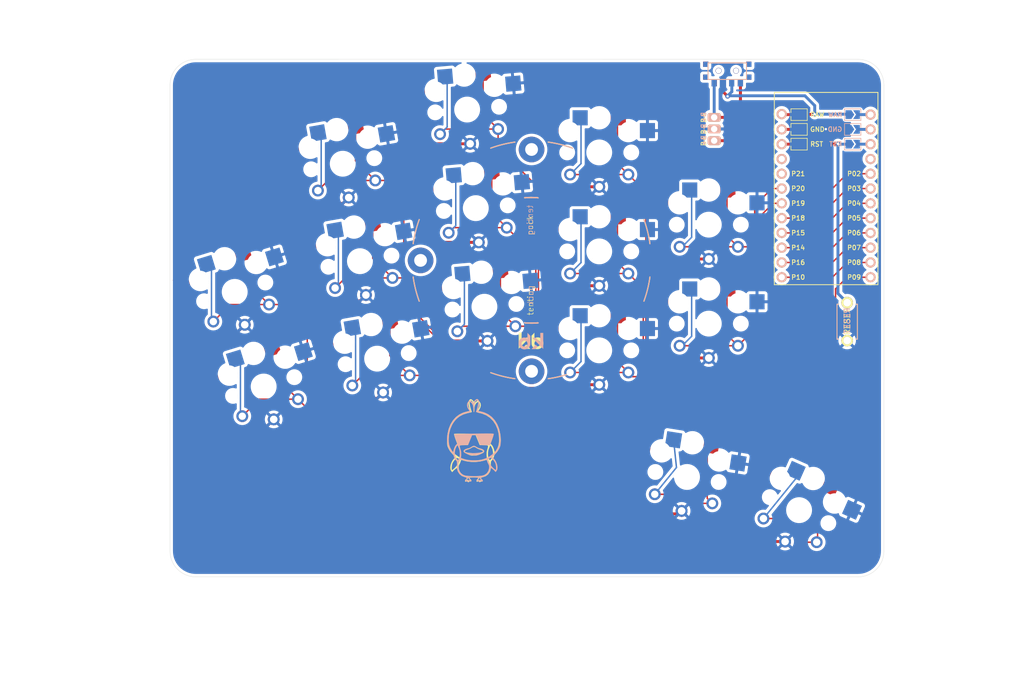
<source format=kicad_pcb>
(kicad_pcb (version 20211014) (generator pcbnew)
  (title_block (title "board") (rev "v1.0.0") (company "Unknown"))
  (layers (0 "F.Cu" signal) (31 "B.Cu" signal) (34 "B.Paste" user) (35 "F.Paste" user) (36 "B.SilkS" user "B.Silkscreen") (37 "F.SilkS" user "F.Silkscreen") (38 "B.Mask" user) (39 "F.Mask" user) (44 "Edge.Cuts" user))
  (net 0 "")
  (net 1 "P6")
  (net 2 "GND")
  (net 3 "P5")
  (net 4 "P4")
  (net 5 "P3")
  (net 6 "P2")
  (net 7 "P18")
  (net 8 "P15")
  (net 9 "P14")
  (net 10 "P16")
  (net 11 "P10")
  (net 12 "P19")
  (net 13 "P20")
  (net 14 "P21")
  (net 15 "P7")
  (net 16 "P8")
  (net 17 "P9")
  (net 18 "RAW")
  (net 19 "RST")
  (net 20 "Braw")
  (footprint "kbd:ResetSW" (layer "F.Cu") (at 157.969791 -77.623254 90)
    (fp_text reference "B1" hide)
    (fp_text value "")
  )
  (footprint "PG1350" (layer "F.Cu") (at 71.38711 -104.745067 10)
    (fp_text reference "S11" hide)
    (fp_text value "" hide)
  )
  (footprint "PG1350" (layer "F.Cu") (at 149.714791 -45.238254 156)
    (fp_text reference "S34" hide)
    (fp_text value "" hide)
  )
  (footprint "PG1350" (layer "F.Cu") (at 94.221643 -97.114167 5)
    (fp_text reference "S15" hide)
    (fp_text value "" hide)
  )
  (footprint "PG1350" (layer "F.Cu") (at 115.411087 -89.686017)
    (fp_text reference "S21" hide)
    (fp_text value "" hide)
  )
  (footprint "E73:SPDT_C128955" (layer "F.Cu") (at 137.395791 -120.719254)
    (fp_text reference "T2" hide)
    (fp_text value "" hide)
  )
  (footprint "PG1350" (layer "F.Cu") (at 77.291148 -71.261603 -170)
    (fp_text reference "S8" hide)
    (fp_text value "" hide)
  )
  (footprint "PG1350" (layer "F.Cu") (at 95.703291 -80.178857 -175)
    (fp_text reference "S14" hide)
    (fp_text value "" hide)
  )
  (footprint "PG1350" (layer "F.Cu") (at 115.411087 -72.686017 180)
    (fp_text reference "S20" hide)
    (fp_text value "" hide)
  )
  (footprint "lib:bat" (layer "F.Cu") (at 135.137176 -110.70567 -90)
    (fp_text reference "PAD1" hide)
    (fp_text value "" hide)
  )
  (footprint "PG1350" (layer "F.Cu") (at 134.21828 -77.278852 180)
    (fp_text reference "S28" hide)
    (fp_text value "" hide)
  )
  (footprint "PG1350" (layer "F.Cu") (at 134.21828 -94.278852)
    (fp_text reference "S29" hide)
    (fp_text value "" hide)
  )
  (footprint "LOGO" (layer "F.Cu") (at 93.819755 -55.859733)
    (fp_text reference "G***" hide)
    (fp_text value "LOGO" hide)
  )
  (footprint "PG1350" (layer "F.Cu") (at 149.714791 -45.238254 -24)
    (fp_text reference "S33" hide)
    (fp_text value "" hide)
  )
  (footprint "PG1350" (layer "F.Cu") (at 77.291148 -71.261603 10)
    (fp_text reference "S7" hide)
    (fp_text value "" hide)
  )
  (footprint "PG1350" (layer "F.Cu") (at 52.842259 -82.729963 17)
    (fp_text reference "S5" hide)
    (fp_text value "" hide)
  )
  (footprint "PG1350" (layer "F.Cu") (at 134.21828 -77.278852)
    (fp_text reference "S27" hide)
    (fp_text value "" hide)
  )
  (footprint "PG1350" (layer "F.Cu") (at 74.339129 -88.003335 10)
    (fp_text reference "S9" hide)
    (fp_text value "" hide)
  )
  (footprint "PG1350" (layer "F.Cu") (at 94.221643 -97.114167 -175)
    (fp_text reference "S16" hide)
    (fp_text value "" hide)
  )
  (footprint "PG1350" (layer "F.Cu") (at 134.21828 -94.278852 180)
    (fp_text reference "S30" hide)
    (fp_text value "" hide)
  )
  (footprint "PG1350" (layer "F.Cu") (at 95.703291 -80.178857 5)
    (fp_text reference "S13" hide)
    (fp_text value "" hide)
  )
  (footprint "PG1350" (layer "F.Cu") (at 115.411087 -106.686017 180)
    (fp_text reference "S24" hide)
    (fp_text value "" hide)
  )
  (footprint "E73:SPDT_C128955" (layer "F.Cu") (at 137.395791 -120.719254)
    (fp_text reference "T1" hide)
    (fp_text value "" hide)
  )
  (footprint "PG1350" (layer "F.Cu") (at 92.739996 -114.049477 5)
    (fp_text reference "S17" hide)
    (fp_text value "" hide)
  )
  (footprint "PG1350" (layer "F.Cu") (at 57.812578 -66.472782 -163)
    (fp_text reference "S4" hide)
    (fp_text value "" hide)
  )
  (footprint "PG1350" (layer "F.Cu") (at 74.339129 -88.003335 -170)
    (fp_text reference "S10" hide)
    (fp_text value "" hide)
  )
  (footprint "PG1350" (layer "F.Cu") (at 115.411087 -89.686017 180)
    (fp_text reference "S22" hide)
    (fp_text value "" hide)
  )
  (footprint "PG1350" (layer "F.Cu") (at 130.476118 -50.937009 -9)
    (fp_text reference "S31" hide)
    (fp_text value "" hide)
  )
  (footprint "ProMicro" (layer "F.Cu") (at 154.357213 -99.213254 -90)
    (fp_text reference "MCU1" hide)
    (fp_text value "" hide)
  )
  (footprint "PG1350" (layer "F.Cu") (at 57.812578 -66.472782 17)
    (fp_text reference "S3" hide)
    (fp_text value "" hide)
  )
  (footprint "PG1350" (layer "F.Cu") (at 130.476118 -50.937009 171)
    (fp_text reference "S32" hide)
    (fp_text value "" hide)
  )
  (footprint "Alaa:Tenting_Puck_3_Holes" (layer "F.Cu") (at 103.79722 -88.141427)
    (fp_text reference "REF**")
    (fp_text value "Tenting Puck")
  )
  (footprint "PG1350" (layer "F.Cu") (at 71.38711 -104.745067 -170)
    (fp_text reference "S12" hide)
    (fp_text value "" hide)
  )
  (footprint "PG1350" (layer "F.Cu") (at 115.411087 -106.686017)
    (fp_text reference "S23" hide)
    (fp_text value "" hide)
  )
  (footprint "PG1350" (layer "F.Cu") (at 52.842259 -82.729963 -163)
    (fp_text reference "S6" hide)
    (fp_text value "" hide)
  )
  (footprint "PG1350" (layer "F.Cu") (at 115.411087 -72.686017)
    (fp_text reference "S19" hide)
    (fp_text value "" hide)
  )
  (footprint "PG1350" (layer "F.Cu") (at 92.739996 -114.049477 -175)
    (fp_text reference "S18" hide)
    (fp_text value "" hide)
  )
  (footprint "LOGO" (layer "B.Cu") (at 93.98 -55.88 180)
    (fp_text reference "G***" hide)
    (fp_text value "LOGO" hide)
  )
  (gr_arc (start 41.729239 -118.234208) (mid 43.031149 -121.377298) (end 46.174239 -122.679208) (layer "Edge.Cuts") (width 0.05))
  (gr_arc (start 46.177881 -33.776344) (mid 43.034791 -35.078254) (end 41.732881 -38.221344) (layer "Edge.Cuts") (width 0.05))
  (gr_arc (start 164.284275 -38.222993) (mid 162.982364 -35.079906) (end 159.839275 -33.777993) (layer "Edge.Cuts") (width 0.05))
  (gr_line (start 164.284275 -38.222993) (end 164.287881 -118.231344) (layer "Edge.Cuts") (width 0.05))
  (gr_line (start 41.729239 -118.234208) (end 41.732881 -38.221344) (layer "Edge.Cuts") (width 0.05))
  (gr_line (start 159.842881 -122.676344) (end 46.174239 -122.679208) (layer "Edge.Cuts") (width 0.05))
  (gr_arc (start 159.842881 -122.676344) (mid 162.985974 -121.374437) (end 164.287881 -118.231344) (layer "Edge.Cuts") (width 0.05))
  (gr_line (start 46.177881 -33.776344) (end 159.839275 -33.777993) (layer "Edge.Cuts") (width 0.05))
  (segment (start 147.293059 -65.010791) (end 124.592825 -65.010791) (width 0.25) (layer "F.Cu") (net 1))
  (segment (start 124.592825 -65.010791) (end 121.686138 -62.104105) (width 0.25) (layer "F.Cu") (net 1))
  (segment (start 58.734795 -80.557863) (end 52.095465 -80.557863) (width 0.25) (layer "F.Cu") (net 1))
  (segment (start 54.234545 -89.377494) (end 54.234545 -85.058113) (width 0.25) (layer "F.Cu") (net 1))
  (segment (start 52.095465 -80.557863) (end 49.171748 -77.634146) (width 0.25) (layer "F.Cu") (net 1))
  (segment (start 109.813673 -62.104105) (end 106.982862 -64.934916) (width 0.25) (layer "F.Cu") (net 1))
  (segment (start 121.686138 -62.104105) (end 109.813673 -62.104105) (width 0.25) (layer "F.Cu") (net 1))
  (segment (start 54.234545 -85.058113) (end 58.734795 -80.557863) (width 0.25) (layer "F.Cu") (net 1))
  (segment (start 63.479549 -80.557863) (end 58.734795 -80.557863) (width 0.25) (layer "F.Cu") (net 1))
  (segment (start 161.977213 -92.863254) (end 157.969791 -92.863254) (width 0.25) (layer "F.Cu") (net 1))
  (segment (start 154.628374 -72.346106) (end 147.293059 -65.010791) (width 0.25) (layer "F.Cu") (net 1))
  (segment (start 106.982862 -64.934916) (end 101.130724 -64.934916) (width 0.25) (layer "F.Cu") (net 1))
  (segment (start 154.628374 -89.521837) (end 154.628374 -72.346106) (width 0.25) (layer "F.Cu") (net 1))
  (segment (start 81.024544 -63.5) (end 71.12 -63.5) (width 0.25) (layer "F.Cu") (net 1))
  (segment (start 157.969791 -92.863254) (end 154.628374 -89.521837) (width 0.25) (layer "F.Cu") (net 1))
  (segment (start 101.130724 -64.934916) (end 94.028116 -72.037521) (width 0.25) (layer "F.Cu") (net 1))
  (segment (start 71.12 -63.5) (end 65.297412 -69.322588) (width 0.25) (layer "F.Cu") (net 1))
  (segment (start 94.028116 -72.037521) (end 89.562066 -72.037521) (width 0.25) (layer "F.Cu") (net 1))
  (segment (start 65.297412 -78.74) (end 63.479549 -80.557863) (width 0.25) (layer "F.Cu") (net 1))
  (segment (start 65.297412 -69.322588) (end 65.297412 -78.74) (width 0.25) (layer "F.Cu") (net 1))
  (segment (start 89.562066 -72.037521) (end 81.024544 -63.5) (width 0.25) (layer "F.Cu") (net 1))
  (segment (start 47.655954 -88.184596) (end 48.856953 -86.983597) (width 0.25) (layer "B.Cu") (net 1))
  (segment (start 48.856953 -86.983597) (end 48.856953 -78.356283) (width 0.25) (layer "B.Cu") (net 1))
  (segment (start 108.15356 -75.418544) (end 107.136087 -76.436017) (width 0.5) (layer "F.Cu") (net 2))
  (segment (start 63.384822 -105.421809) (end 62.586645 -106.219986) (width 0.5) (layer "F.Cu") (net 2))
  (segment (start 96.21751 -74.301308) (end 89.760656 -74.301308) (width 0.5) (layer "F.Cu") (net 2))
  (segment (start 134.21828 -88.378852) (end 127.851901 -88.378852) (width 0.5) (layer "F.Cu") (net 2))
  (segment (start 63.384822 -100.80225) (end 63.384822 -105.421809) (width 0.5) (layer "F.Cu") (net 2))
  (segment (start 128.490798 -71.378852) (end 125.94328 -73.92637) (width 0.5) (layer "F.Cu") (net 2))
  (segment (start 75.363653 -82.192969) (end 74.347654 -81.17697) (width 0.5) (layer "F.Cu") (net 2))
  (segment (start 115.411087 -66.786017) (end 109.81576 -66.786017) (width 0.5) (layer "F.Cu") (net 2))
  (segment (start 125.94328 -90.287473) (end 125.94328 -98.028852) (width 0.5) (layer "F.Cu") (net 2))
  (segment (start 108.15356 -68.448217) (end 108.15356 -75.418544) (width 0.5) (layer "F.Cu") (net 2))
  (segment (start 62.586645 -106.219986) (end 62.586645 -107.001157) (width 0.5) (layer "F.Cu") (net 2))
  (segment (start 66.26837 -97.918702) (end 63.384822 -100.80225) (width 0.5) (layer "F.Cu") (net 2))
  (segment (start 74.347654 -81.17697) (end 68.485407 -81.17697) (width 0.5) (layer "F.Cu") (net 2))
  (segment (start 71.813295 -64.435238) (end 68.490683 -67.75785) (width 0.5) (layer "F.Cu") (net 2))
  (segment (start 89.760656 -74.301308) (end 87.132946 -76.929018) (width 0.5) (layer "F.Cu") (net 2))
  (segment (start 109.81576 -66.786017) (end 108.15356 -68.448217) (width 0.5) (layer "F.Cu") (net 2))
  (segment (start 49.917361 -65.987885) (end 48.802762 -67.102484) (width 0.5) (layer "F.Cu") (net 2))
  (segment (start 143.680465 -51.683244) (end 143.680465 -52.029795) (width 0.5) (layer "F.Cu") (net 2))
  (segment (start 122.409791 -46.944111) (end 122.409791 -55.455499) (width 0.5) (layer "F.Cu") (net 2))
  (segment (start 59.537571 -60.830584) (end 58.196209 -59.489222) (width 0.5) (layer "F.Cu") (net 2))
  (segment (start 77.299673 -64.435238) (end 71.813295 -64.435238) (width 0.5) (layer "F.Cu") (net 2))
  (segment (start 115.411087 -83.786017) (end 108.973745 -83.786017) (width 0.5) (layer "F.Cu") (net 2))
  (segment (start 78.315672 -65.451237) (end 77.299673 -64.435238) (width 0.5) (layer "F.Cu") (net 2))
  (segment (start 58.196209 -59.489222) (end 53.137791 -59.489222) (width 0.5) (layer "F.Cu") (net 2))
  (segment (start 71.395635 -97.918702) (end 66.26837 -97.918702) (width 0.5) (layer "F.Cu") (net 2))
  (segment (start 147.315045 -39.848335) (end 144.94471 -39.848335) (width 0.5) (layer "F.Cu") (net 2))
  (segment (start 53.137791 -59.489222) (end 49.917361 -62.709652) (width 0.5) (layer "F.Cu") (net 2))
  (segment (start 134.21828 -71.378852) (end 128.490798 -71.378852) (width 0.5) (layer "F.Cu") (net 2))
  (segment (start 107.136087 -103.216201) (end 107.136087 -110.436017) (width 0.5) (layer "F.Cu") (net 2))
  (segment (start 86.601289 -108.171928) (end 86.570217 -108.140856) (width 0.5) (layer "F.Cu") (net 2))
  (segment (start 93.254215 -108.171928) (end 86.601289 -108.171928) (width 0.5) (layer "F.Cu") (net 2))
  (segment (start 115.411087 -100.786017) (end 109.566271 -100.786017) (width 0.5) (layer "F.Cu") (net 2))
  (segment (start 68.485407 -81.17697) (end 65.538664 -84.123713) (width 0.5) (layer "F.Cu") (net 2))
  (segment (start 85.651298 -93.599163) (end 85.651298 -100.128683) (width 0.5) (layer "F.Cu") (net 2))
  (segment (start 124.750648 -44.603254) (end 122.409791 -46.944111) (width 0.5) (layer "F.Cu") (net 2))
  (segment (start 65.538664 -84.123713) (end 65.538664 -90.259425) (width 0.5) (layer "F.Cu") (net 2))
  (segment (start 122.409791 -55.455499) (end 122.889627 -55.935335) (width 0.5) (layer "F.Cu") (net 2))
  (segment (start 48.802762 -67.102484) (end 48.802762 -67.639549) (width 0.5) (layer "F.Cu") (net 2))
  (segment (start 154.256703 -110.643254) (end 150.44369 -110.643254) (width 0.5) (layer "F.Cu") (net 2))
  (segment (start 108.15356 -76.015027) (end 107.136087 -77.0325) (width 0.5) (layer "F.Cu") (net 2))
  (segment (start 109.566271 -100.786017) (end 107.136087 -103.216201) (width 0.5) (layer "F.Cu") (net 2))
  (segment (start 94.735862 -91.236618) (end 88.013843 -91.236618) (width 0.5) (layer "F.Cu") (net 2))
  (segment (start 48.232895 -75.218284) (end 44.864298 -78.586881) (width 0.5) (layer "F.Cu") (net 2))
  (segment (start 87.132946 -76.929018) (end 87.132946 -83.193373) (width 0.5) (layer "F.Cu") (net 2))
  (segment (start 88.013843 -91.236618) (end 85.651298 -93.599163) (width 0.5) (layer "F.Cu") (net 2))
  (segment (start 108.973745 -83.786017) (end 107.136087 -85.623675) (width 0.5) (layer "F.Cu") (net 2))
  (segment (start 154.304587 -110.691138) (end 154.256703 -110.643254) (width 0.5) (layer "F.Cu") (net 2))
  (segment (start 127.851901 -88.378852) (end 125.94328 -90.287473) (width 0.5) (layer "F.Cu") (net 2))
  (segment (start 44.864298 -78.586881) (end 44.864298 -82.864875) (width 0.5) (layer "F.Cu") (net 2))
  (segment (start 86.570217 -108.140856) (end 84.169651 -110.541422) (width 0.5) (layer "F.Cu") (net 2))
  (segment (start 54.567252 -77.087765) (end 52.697771 -75.218284) (width 0.5) (layer "F.Cu") (net 2))
  (segment (start 72.411634 -98.934701) (end 71.395635 -97.918702) (width 0.5) (layer "F.Cu") (net 2))
  (segment (start 144.94471 -39.848335) (end 141.266015 -43.52703) (width 0.5) (layer "F.Cu") (net 2))
  (segment (start 68.490683 -67.75785) (end 68.490683 -73.517693) (width 0.5) (layer "F.Cu") (net 2))
  (segment (start 52.697771 -75.218284) (end 48.232895 -75.218284) (width 0.5) (layer "F.Cu") (net 2))
  (segment (start 141.266015 -43.52703) (end 141.266015 -49.268794) (width 0.5) (layer "F.Cu") (net 2))
  (segment (start 107.136087 -85.623675) (end 107.136087 -93.436017) (width 0.5) (layer "F.Cu") (net 2))
  (segment (start 129.553156 -45.109647) (end 129.046763 -44.603254) (width 0.5) (layer "F.Cu") (net 2))
  (segment (start 141.266015 -49.268794) (end 143.680465 -51.683244) (width 0.5) (layer "F.Cu") (net 2))
  (segment (start 44.864298 -82.864875) (end 43.832443 -83.89673) (width 0.5) (layer "F.Cu") (net 2))
  (segment (start 129.046763 -44.603254) (end 124.750648 -44.603254) (width 0.5) (layer "F.Cu") (net 2))
  (segment (start 49.917361 -62.709652) (end 49.917361 -65.987885) (width 0.5) (layer "F.Cu") (net 2))
  (segment (start 125.94328 -73.92637) (end 125.94328 -81.028852) (width 0.5) (layer "F.Cu") (net 2))
  (segment (start 84.169651 -110.541422) (end 84.169651 -117.063993) (width 0.5) (layer "F.Cu") (net 2))
  (via (at 154.304587 -110.691138) (size 0.8) (drill 0.4) (layers "F.Cu" "B.Cu") (net 2))
  (segment (start 154.304587 -110.691138) (end 152.841907 -110.691138) (width 0.5) (layer "B.Cu") (net 2))
  (segment (start 154.329345 -110.66638) (end 154.352471 -110.643254) (width 0.5) (layer "B.Cu") (net 2))
  (segment (start 142.737125 -115.088254) (end 138.354541 -110.70567) (width 0.5) (layer "B.Cu") (net 2))
  (segment (start 138.354541 -110.70567) (end 135.137176 -110.70567) (width 0.5) (layer "B.Cu") (net 2))
  (segment (start 148.444791 -115.088254) (end 142.737125 -115.088254) (width 0.5) (layer "B.Cu") (net 2))
  (segment (start 154.352471 -110.643254) (end 158.19369 -110.643254) (width 0.5) (layer "B.Cu") (net 2))
  (segment (start 152.841907 -110.691138) (end 148.444791 -115.088254) (width 0.5) (layer "B.Cu") (net 2))
  (segment (start 154.178854 -72.532303) (end 154.178854 -80.140845) (width 0.25) (layer "F.Cu") (net 3))
  (segment (start 154.159791 -80.159908) (end 154.159791 -91.593254) (width 0.25) (layer "F.Cu") (net 3))
  (segment (start 82.87505 -68.387574) (end 85.2764 -68.387574) (width 0.25) (layer "F.Cu") (net 3))
  (segment (start 109.999871 -62.553625) (end 121.499941 -62.553625) (width 0.25) (layer "F.Cu") (net 3))
  (segment (start 94.214315 -72.487041) (end 101.31692 -65.384436) (width 0.25) (layer "F.Cu") (net 3))
  (segment (start 79.483187 -71.779437) (end 82.87505 -68.387574) (width 0.25) (layer "F.Cu") (net 3))
  (segment (start 107.16906 -65.384436) (end 109.999871 -62.553625) (width 0.25) (layer "F.Cu") (net 3))
  (segment (start 89.375867 -72.487041) (end 94.214315 -72.487041) (width 0.25) (layer "F.Cu") (net 3))
  (segment (start 157.969791 -95.403254) (end 161.977213 -95.403254) (width 0.25) (layer "F.Cu") (net 3))
  (segment (start 82.87505 -68.387574) (end 74.763453 -68.387574) (width 0.25) (layer "F.Cu") (net 3))
  (segment (start 79.483187 -77.689907) (end 79.483187 -71.779437) (width 0.25) (layer "F.Cu") (net 3))
  (segment (start 124.406628 -65.460311) (end 147.106862 -65.460311) (width 0.25) (layer "F.Cu") (net 3))
  (segment (start 74.763453 -68.387574) (end 73.026972 -66.651093) (width 0.25) (layer "F.Cu") (net 3))
  (segment (start 147.106862 -65.460311) (end 154.178854 -72.532303) (width 0.25) (layer "F.Cu") (net 3))
  (segment (start 121.499941 -62.553625) (end 124.406628 -65.460311) (width 0.25) (layer "F.Cu") (net 3))
  (segment (start 85.2764 -68.387574) (end 89.375867 -72.487041) (width 0.25) (layer "F.Cu") (net 3))
  (segment (start 101.31692 -65.384436) (end 107.16906 -65.384436) (width 0.25) (layer "F.Cu") (net 3))
  (segment (start 154.159791 -91.593254) (end 157.969791 -95.403254) (width 0.25) (layer "F.Cu") (net 3))
  (segment (start 154.178854 -80.140845) (end 154.159791 -80.159908) (width 0.25) (layer "F.Cu") (net 3))
  (segment (start 73.59045 -67.214571) (end 73.026972 -66.651093) (width 0.25) (layer "B.Cu") (net 3))
  (segment (start 73.032696 -76.552511) (end 73.59045 -75.994757) (width 0.25) (layer "B.Cu") (net 3))
  (segment (start 73.59045 -75.994757) (end 73.59045 -67.214571) (width 0.25) (layer "B.Cu") (net 3))
  (segment (start 76.531168 -88.521169) (end 79.923031 -85.129306) (width 0.25) (layer "F.Cu") (net 4))
  (segment (start 157.969791 -97.943254) (end 161.977213 -97.943254) (width 0.25) (layer "F.Cu") (net 4))
  (segment (start 76.531168 -94.431639) (end 76.531168 -88.521169) (width 0.25) (layer "F.Cu") (net 4))
  (segment (start 101.503117 -65.833956) (end 107.355257 -65.833956) (width 0.25) (layer "F.Cu") (net 4))
  (segment (start 153.698572 -72.687741) (end 153.698572 -93.672035) (width 0.25) (layer "F.Cu") (net 4))
  (segment (start 124.220427 -65.909831) (end 146.920664 -65.909831) (width 0.25) (layer "F.Cu") (net 4))
  (segment (start 94.400512 -72.936561) (end 101.503117 -65.833956) (width 0.25) (layer "F.Cu") (net 4))
  (segment (start 110.186071 -63.003145) (end 121.313741 -63.003145) (width 0.25) (layer "F.Cu") (net 4))
  (segment (start 89.382986 -72.936561) (end 94.400512 -72.936561) (width 0.25) (layer "F.Cu") (net 4))
  (segment (start 84.38648 -82.617802) (end 84.38648 -77.933067) (width 0.25) (layer "F.Cu") (net 4))
  (segment (start 121.313741 -63.003145) (end 124.220427 -65.909831) (width 0.25) (layer "F.Cu") (net 4))
  (segment (start 79.923031 -85.129306) (end 71.811434 -85.129306) (width 0.25) (layer "F.Cu") (net 4))
  (segment (start 107.355257 -65.833956) (end 110.186071 -63.003145) (width 0.25) (layer "F.Cu") (net 4))
  (segment (start 79.923031 -85.129306) (end 81.874976 -85.129306) (width 0.25) (layer "F.Cu") (net 4))
  (segment (start 84.38648 -77.933067) (end 89.382986 -72.936561) (width 0.25) (layer "F.Cu") (net 4))
  (segment (start 146.920664 -65.909831) (end 153.698572 -72.687741) (width 0.25) (layer "F.Cu") (net 4))
  (segment (start 71.811434 -85.129306) (end 70.074953 -83.392825) (width 0.25) (layer "F.Cu") (net 4))
  (segment (start 81.874976 -85.129306) (end 84.38648 -82.617802) (width 0.25) (layer "F.Cu") (net 4))
  (segment (start 153.698572 -93.672035) (end 157.969791 -97.943254) (width 0.25) (layer "F.Cu") (net 4))
  (segment (start 70.638431 -83.956303) (end 70.074953 -83.392825) (width 0.25) (layer "B.Cu") (net 4))
  (segment (start 70.638431 -92.736489) (end 70.638431 -83.956303) (width 0.25) (layer "B.Cu") (net 4))
  (segment (start 70.080677 -93.294243) (end 70.638431 -92.736489) (width 0.25) (layer "B.Cu") (net 4))
  (segment (start 68.859415 -101.871038) (end 67.122934 -100.134557) (width 0.25) (layer "F.Cu") (net 5))
  (segment (start 81.858703 -99.573497) (end 81.858703 -85.781297) (width 0.25) (layer "F.Cu") (net 5))
  (segment (start 146.734466 -66.359351) (end 153.249052 -72.873938) (width 0.25) (layer "F.Cu") (net 5))
  (segment (start 101.689314 -66.283476) (end 107.541455 -66.283476) (width 0.25) (layer "F.Cu") (net 5))
  (segment (start 153.249052 -95.762515) (end 157.969791 -100.483254) (width 0.25) (layer "F.Cu") (net 5))
  (segment (start 124.03423 -66.359351) (end 146.734466 -66.359351) (width 0.25) (layer "F.Cu") (net 5))
  (segment (start 73.579149 -111.173371) (end 73.579149 -105.262901) (width 0.25) (layer "F.Cu") (net 5))
  (segment (start 79.561162 -101.871038) (end 81.858703 -99.573497) (width 0.25) (layer "F.Cu") (net 5))
  (segment (start 76.971012 -101.871038) (end 79.561162 -101.871038) (width 0.25) (layer "F.Cu") (net 5))
  (segment (start 107.541455 -66.283476) (end 110.372268 -63.452665) (width 0.25) (layer "F.Cu") (net 5))
  (segment (start 84.836 -78.119265) (end 89.569184 -73.386081) (width 0.25) (layer "F.Cu") (net 5))
  (segment (start 157.969791 -100.483254) (end 161.977213 -100.483254) (width 0.25) (layer "F.Cu") (net 5))
  (segment (start 89.569184 -73.386081) (end 94.586709 -73.386081) (width 0.25) (layer "F.Cu") (net 5))
  (segment (start 76.971012 -101.871038) (end 68.859415 -101.871038) (width 0.25) (layer "F.Cu") (net 5))
  (segment (start 153.249052 -72.873938) (end 153.249052 -95.762515) (width 0.25) (layer "F.Cu") (net 5))
  (segment (start 84.836 -82.804) (end 84.836 -78.119265) (width 0.25) (layer "F.Cu") (net 5))
  (segment (start 81.858703 -85.781297) (end 84.836 -82.804) (width 0.25) (layer "F.Cu") (net 5))
  (segment (start 73.579149 -105.262901) (end 76.971012 -101.871038) (width 0.25) (layer "F.Cu") (net 5))
  (segment (start 94.586709 -73.386081) (end 101.689314 -66.283476) (width 0.25) (layer "F.Cu") (net 5))
  (segment (start 121.127543 -63.452665) (end 124.03423 -66.359351) (width 0.25) (layer "F.Cu") (net 5))
  (segment (start 110.372268 -63.452665) (end 121.127543 -63.452665) (width 0.25) (layer "F.Cu") (net 5))
  (segment (start 67.686412 -100.698035) (end 67.122934 -100.134557) (width 0.25) (layer "B.Cu") (net 5))
  (segment (start 67.128658 -110.035975) (end 67.686412 -109.478221) (width 0.25) (layer "B.Cu") (net 5))
  (segment (start 67.686412 -109.478221) (end 67.686412 -100.698035) (width 0.25) (layer "B.Cu") (net 5))
  (segment (start 91.925067 -76.829096) (end 91.053509 -75.957538) (width 0.25) (layer "F.Cu") (net 6))
  (segment (start 157.969791 -103.023254) (end 161.977213 -103.023254) (width 0.25) (layer "F.Cu") (net 6))
  (segment (start 101.015456 -76.829096) (end 98.447252 -79.3973) (width 0.25) (layer "F.Cu") (net 6))
  (segment (start 98.447252 -79.3973) (end 98.447252 -86.391651) (width 0.25) (layer "F.Cu") (net 6))
  (segment (start 152.799532 -73.060135) (end 152.799532 -97.852995) (width 0.25) (layer "F.Cu") (net 6))
  (segment (start 102.844128 -76.829096) (end 104.07916 -75.594064) (width 0.25) (layer "F.Cu") (net 6))
  (segment (start 104.07916 -73.484347) (end 106.68 -70.883507) (width 0.25) (layer "F.Cu") (net 6))
  (segment (start 106.68 -70.883507) (end 106.680001 -67.780648) (width 0.25) (layer "F.Cu") (net 6))
  (segment (start 120.941347 -63.902185) (end 123.848033 -66.808871) (width 0.25) (layer "F.Cu") (net 6))
  (segment (start 104.07916 -75.594064) (end 104.07916 -73.484347) (width 0.25) (layer "F.Cu") (net 6))
  (segment (start 106.680001 -67.780648) (end 110.558465 -63.902185) (width 0.25) (layer "F.Cu") (net 6))
  (segment (start 101.015456 -76.829096) (end 91.925067 -76.829096) (width 0.25) (layer "F.Cu") (net 6))
  (segment (start 101.015456 -76.829096) (end 102.844128 -76.829096) (width 0.25) (layer "F.Cu") (net 6))
  (segment (start 152.799532 -97.852995) (end 157.969791 -103.023254) (width 0.25) (layer "F.Cu") (net 6))
  (segment (start 110.558465 -63.902185) (end 120.941347 -63.902185) (width 0.25) (layer "F.Cu") (net 6))
  (segment (start 123.848033 -66.808871) (end 146.548268 -66.808871) (width 0.25) (layer "F.Cu") (net 6))
  (segment (start 146.548268 -66.808871) (end 152.799532 -73.060135) (width 0.25) (layer "F.Cu") (net 6))
  (segment (start 92.270004 -77.174033) (end 91.053509 -75.957538) (width 0.25) (layer "B.Cu") (net 6))
  (segment (start 91.922177 -85.82078) (end 92.270004 -85.472953) (width 0.25) (layer "B.Cu") (net 6))
  (segment (start 92.270004 -85.472953) (end 92.270004 -77.174033) (width 0.25) (layer "B.Cu") (net 6))
  (segment (start 149.079791 -95.403254) (end 146.737213 -95.403254) (width 0.25) (layer "F.Cu") (net 7))
  (segment (start 146.36207 -67.258391) (end 152.350012 -73.246333) (width 0.25) (layer "F.Cu") (net 7))
  (segment (start 99.533808 -93.764406) (end 90.443419 -93.764406) (width 0.25) (layer "F.Cu") (net 7))
  (segment (start 96.965604 -96.33261) (end 99.533808 -93.764406) (width 0.25) (layer "F.Cu") (net 7))
  (segment (start 104.52868 -88.769534) (end 104.52868 -73.670546) (width 0.25) (layer "F.Cu") (net 7))
  (segment (start 110.744662 -64.351705) (end 120.755149 -64.351705) (width 0.25) (layer "F.Cu") (net 7))
  (segment (start 152.350012 -92.133033) (end 149.079791 -95.403254) (width 0.25) (layer "F.Cu") (net 7))
  (segment (start 120.755149 -64.351705) (end 123.661836 -67.258391) (width 0.25) (layer "F.Cu") (net 7))
  (segment (start 96.965604 -103.326961) (end 96.965604 -96.33261) (width 0.25) (layer "F.Cu") (net 7))
  (segment (start 107.12952 -71.069705) (end 107.12952 -67.966846) (width 0.25) (layer "F.Cu") (net 7))
  (segment (start 123.661836 -67.258391) (end 146.36207 -67.258391) (width 0.25) (layer "F.Cu") (net 7))
  (segment (start 107.392843 -67.703524) (end 110.744662 -64.351705) (width 0.25) (layer "F.Cu") (net 7))
  (segment (start 107.12952 -67.966846) (end 107.392843 -67.703524) (width 0.25) (layer "F.Cu") (net 7))
  (segment (start 90.443419 -93.764406) (end 89.571861 -92.892848) (width 0.25) (layer "F.Cu") (net 7))
  (segment (start 104.52868 -73.670546) (end 107.12952 -71.069705) (width 0.25) (layer "F.Cu") (net 7))
  (segment (start 99.533808 -93.764406) (end 104.52868 -88.769534) (width 0.25) (layer "F.Cu") (net 7))
  (segment (start 152.350012 -73.246333) (end 152.350012 -92.133033) (width 0.25) (layer "F.Cu") (net 7))
  (segment (start 90.788356 -94.109343) (end 89.571861 -92.892848) (width 0.25) (layer "B.Cu") (net 7))
  (segment (start 90.440529 -102.75609) (end 90.788356 -102.408263) (width 0.25) (layer "B.Cu") (net 7))
  (segment (start 90.788356 -102.408263) (end 90.788356 -94.109343) (width 0.25) (layer "B.Cu") (net 7))
  (segment (start 104.9782 -100.61575) (end 104.9782 -73.856744) (width 0.25) (layer "F.Cu") (net 8))
  (segment (start 151.900492 -90.042553) (end 149.079791 -92.863254) (width 0.25) (layer "F.Cu") (net 8))
  (segment (start 107.57904 -71.255902) (end 107.57904 -68.153044) (width 0.25) (layer "F.Cu") (net 8))
  (segment (start 95.483957 -120.262271) (end 95.483957 -113.26792) (width 0.25) (layer "F.Cu") (net 8))
  (segment (start 110.930859 -64.801225) (end 120.568951 -64.801225) (width 0.25) (layer "F.Cu") (net 8))
  (segment (start 104.9782 -73.856744) (end 107.57904 -71.255902) (width 0.25) (layer "F.Cu") (net 8))
  (segment (start 107.57904 -68.153044) (end 110.930859 -64.801225) (width 0.25) (layer "F.Cu") (net 8))
  (segment (start 151.900492 -73.432531) (end 151.900492 -90.042553) (width 0.25) (layer "F.Cu") (net 8))
  (segment (start 98.052161 -110.699716) (end 98.052161 -107.541789) (width 0.25) (layer "F.Cu") (net 8))
  (segment (start 88.961772 -110.699716) (end 88.090214 -109.828158) (width 0.25) (layer "F.Cu") (net 8))
  (segment (start 149.079791 -92.863254) (end 146.737213 -92.863254) (width 0.25) (layer "F.Cu") (net 8))
  (segment (start 146.175872 -67.707911) (end 151.900492 -73.432531) (width 0.25) (layer "F.Cu") (net 8))
  (segment (start 123.475639 -67.707911) (end 146.175872 -67.707911) (width 0.25) (layer "F.Cu") (net 8))
  (segment (start 98.052161 -110.699716) (end 88.961772 -110.699716) (width 0.25) (layer "F.Cu") (net 8))
  (segment (start 95.483957 -113.26792) (end 98.052161 -110.699716) (width 0.25) (layer "F.Cu") (net 8))
  (segment (start 98.052161 -107.541789) (end 104.9782 -100.61575) (width 0.25) (layer "F.Cu") (net 8))
  (segment (start 120.568951 -64.801225) (end 123.475639 -67.707911) (width 0.25) (layer "F.Cu") (net 8))
  (segment (start 89.306709 -111.044653) (end 88.090214 -109.828158) (width 0.25) (layer "B.Cu") (net 8))
  (segment (start 89.306709 -119.343573) (end 89.306709 -111.044653) (width 0.25) (layer "B.Cu") (net 8))
  (segment (start 88.958882 -119.6914) (end 89.306709 -119.343573) (width 0.25) (layer "B.Cu") (net 8))
  (segment (start 120.411087 -68.886017) (end 110.411087 -68.886017) (width 0.25) (layer "F.Cu") (net 9))
  (segment (start 118.536566 -78.486496) (end 118.536566 -70.760538) (width 0.25) (layer "F.Cu") (net 9))
  (segment (start 149.079791 -90.323254) (end 151.450972 -87.952073) (width 0.25) (layer "F.Cu") (net 9))
  (segment (start 121.128314 -68.16879) (end 120.411087 -68.886017) (width 0.25) (layer "F.Cu") (net 9))
  (segment (start 118.536566 -70.760538) (end 120.411087 -68.886017) (width 0.25) (layer "F.Cu") (net 9))
  (segment (start 146.001033 -68.16879) (end 121.128314 -68.16879) (width 0.25) (layer "F.Cu") (net 9))
  (segment (start 151.450972 -73.618729) (end 146.001033 -68.16879) (width 0.25) (layer "F.Cu") (net 9))
  (segment (start 146.737213 -90.323254) (end 149.079791 -90.323254) (width 0.25) (layer "F.Cu") (net 9))
  (segment (start 151.450972 -87.952073) (end 151.450972 -73.618729) (width 0.25) (layer "F.Cu") (net 9))
  (segment (start 118.686087 -78.636017) (end 118.536566 -78.486496) (width 0.25) (layer "F.Cu") (net 9))
  (segment (start 112.285608 -79.029475) (end 112.285608 -70.760538) (width 0.25) (layer "B.Cu") (net 9))
  (segment (start 112.285608 -70.760538) (end 110.411087 -68.886017) (width 0.25) (layer "B.Cu") (net 9))
  (segment (start 118.536566 -87.760538) (end 120.411087 -85.886017) (width 0.25) (layer "F.Cu") (net 10))
  (segment (start 120.411087 -85.886017) (end 122.966194 -83.33091) (width 0.25) (layer "F.Cu") (net 10))
  (segment (start 110.411087 -85.886017) (end 120.411087 -85.886017) (width 0.25) (layer "F.Cu") (net 10))
  (segment (start 122.966194 -83.33091) (end 122.966194 -69.188523) (width 0.25) (layer "F.Cu") (net 10))
  (segment (start 123.536407 -68.61831) (end 145.814835 -68.61831) (width 0.25) (layer "F.Cu") (net 10))
  (segment (start 118.536566 -95.486496) (end 118.536566 -87.760538) (width 0.25) (layer "F.Cu") (net 10))
  (segment (start 149.079791 -87.783254) (end 146.737213 -87.783254) (width 0.25) (layer "F.Cu") (net 10))
  (segment (start 151.001452 -73.804926) (end 151.001452 -85.861593) (width 0.25) (layer "F.Cu") (net 10))
  (segment (start 122.966194 -69.188523) (end 123.536407 -68.61831) (width 0.25) (layer "F.Cu") (net 10))
  (segment (start 145.814835 -68.61831) (end 151.001452 -73.804926) (width 0.25) (layer "F.Cu") (net 10))
  (segment (start 118.686087 -95.636017) (end 118.536566 -95.486496) (width 0.25) (layer "F.Cu") (net 10))
  (segment (start 151.001452 -85.861593) (end 149.079791 -87.783254) (width 0.25) (layer "F.Cu") (net 10))
  (segment (start 112.285608 -96.029475) (end 112.285608 -87.760538) (width 0.25) (layer "B.Cu") (net 10))
  (segment (start 112.285608 -87.760538) (end 110.411087 -85.886017) (width 0.25) (layer "B.Cu") (net 10))
  (segment (start 150.551932 -83.771113) (end 149.079791 -85.243254) (width 0.25) (layer "F.Cu") (net 11))
  (segment (start 118.536566 -112.486496) (end 118.536566 -104.760538) (width 0.25) (layer "F.Cu") (net 11))
  (segment (start 150.551932 -73.991124) (end 150.551932 -83.771113) (width 0.25) (layer "F.Cu") (net 11))
  (segment (start 120.411087 -102.886017) (end 123.415714 -99.88139) (width 0.25) (layer "F.Cu") (net 11))
  (segment (start 120.411087 -102.886017) (end 110.411087 -102.886017) (width 0.25) (layer "F.Cu") (net 11))
  (segment (start 123.415714 -69.445978) (end 123.793862 -69.06783) (width 0.25) (layer "F.Cu") (net 11))
  (segment (start 118.686087 -112.636017) (end 118.536566 -112.486496) (width 0.25) (layer "F.Cu") (net 11))
  (segment (start 123.415714 -99.88139) (end 123.415714 -69.445978) (width 0.25) (layer "F.Cu") (net 11))
  (segment (start 149.079791 -85.243254) (end 146.737213 -85.243254) (width 0.25) (layer "F.Cu") (net 11))
  (segment (start 145.628638 -69.06783) (end 150.551932 -73.991124) (width 0.25) (layer "F.Cu") (net 11))
  (segment (start 123.793862 -69.06783) (end 145.628638 -69.06783) (width 0.25) (layer "F.Cu") (net 11))
  (segment (start 118.536566 -104.760538) (end 120.411087 -102.886017) (width 0.25) (layer "F.Cu") (net 11))
  (segment (start 112.285608 -104.760538) (end 110.411087 -102.886017) (width 0.25) (layer "B.Cu") (net 11))
  (segment (start 112.285608 -113.029475) (end 112.285608 -104.760538) (width 0.25) (layer "B.Cu") (net 11))
  (segment (start 137.343759 -75.353373) (end 137.343759 -83.079331) (width 0.25) (layer "F.Cu") (net 12))
  (segment (start 139.21828 -73.478852) (end 137.343759 -75.353373) (width 0.25) (layer "F.Cu") (net 12))
  (segment (start 137.343759 -83.079331) (end 137.49328 -83.228852) (width 0.25) (layer "F.Cu") (net 12))
  (segment (start 142.540891 -95.227517) (end 145.256628 -97.943254) (width 0.25) (layer "F.Cu") (net 12))
  (segment (start 142.540891 -76.801463) (end 142.540891 -95.227517) (width 0.25) (layer "F.Cu") (net 12))
  (segment (start 139.21828 -73.478852) (end 142.540891 -76.801463) (width 0.25) (layer "F.Cu") (net 12))
  (segment (start 129.21828 -73.478852) (end 139.21828 -73.478852) (width 0.25) (layer "F.Cu") (net 12))
  (segment (start 145.256628 -97.943254) (end 146.737213 -97.943254) (width 0.25) (layer "F.Cu") (net 12))
  (segment (start 131.272946 -75.102108) (end 129.078705 -72.907867) (width 0.25) (layer "B.Cu") (net 12))
  (segment (start 131.272946 -82.188626) (end 131.272946 -75.102108) (width 0.25) (layer "B.Cu") (net 12))
  (segment (start 130.803705 -82.657867) (end 131.272946 -82.188626) (width 0.25) (layer "B.Cu") (net 12))
  (segment (start 137.343759 -92.353373) (end 137.343759 -100.079331) (width 0.25) (layer "F.Cu") (net 13))
  (segment (start 137.343759 -100.079331) (end 137.49328 -100.228852) (width 0.25) (layer "F.Cu") (net 13))
  (segment (start 139.21828 -90.478852) (end 137.343759 -92.353373) (width 0.25) (layer "F.Cu") (net 13))
  (segment (start 145.049107 -100.483254) (end 146.737213 -100.483254) (width 0.25) (layer "F.Cu") (net 13))
  (segment (start 139.21828 -90.478852) (end 140.928549 -90.478852) (width 0.25) (layer "F.Cu") (net 13))
  (segment (start 142.091371 -97.525518) (end 145.049107 -100.483254) (width 0.25) (layer "F.Cu") (net 13))
  (segment (start 140.928549 -90.478852) (end 142.091371 -91.641674) (width 0.25) (layer "F.Cu") (net 13))
  (segment (start 129.21828 -90.478852) (end 139.21828 -90.478852) (width 0.25) (layer "F.Cu") (net 13))
  (segment (start 142.091371 -91.641674) (end 142.091371 -97.525518) (width 0.25) (layer "F.Cu") (net 13))
  (segment (start 131.272946 -99.188626) (end 131.272946 -92.102108) (width 0.25) (layer "B.Cu") (net 13))
  (segment (start 129.64969 -90.478852) (end 129.21828 -90.478852) (width 0.25) (layer "B.Cu") (net 13))
  (segment (start 131.272946 -92.102108) (end 129.64969 -90.478852) (width 0.25) (layer "B.Cu") (net 13))
  (segment (start 130.803705 -99.657867) (end 131.272946 -99.188626) (width 0.25) (layer "B.Cu") (net 13))
  (segment (start 124.779023 -64.561271) (end 121.872335 -61.654585) (width 0.25) (layer "F.Cu") (net 15))
  (segment (start 64.955316 -63.05048) (end 63.705114 -64.300682) (width 0.25) (layer "F.Cu") (net 15))
  (segment (start 81.210741 -63.05048) (end 64.955316 -63.05048) (width 0.25) (layer "F.Cu") (net 15))
  (segment (start 161.977213 -90.323254) (end 157.969791 -90.323254) (width 0.25) (layer "F.Cu") (net 15))
  (segment (start 59.204864 -68.800932) (end 63.705114 -64.300682) (width 0.25) (layer "F.Cu") (net 15))
  (segment (start 100.944526 -64.485396) (end 93.841919 -71.588001) (width 0.25) (layer "F.Cu") (net 15))
  (segment (start 106.796665 -64.485396) (end 100.944526 -64.485396) (width 0.25) (layer "F.Cu") (net 15))
  (segment (start 155.077894 -72.159908) (end 147.479256 -64.561271) (width 0.25) (layer "F.Cu") (net 15))
  (segment (start 89.748263 -71.588001) (end 81.210741 -63.05048) (width 0.25) (layer "F.Cu") (net 15))
  (segment (start 157.969791 -90.323254) (end 155.077894 -87.431357) (width 0.25) (layer "F.Cu") (net 15))
  (segment (start 155.077894 -87.431357) (end 155.077894 -72.159908) (width 0.25) (layer "F.Cu") (net 15))
  (segment (start 63.705114 -64.300682) (end 57.065784 -64.300682) (width 0.25) (layer "F.Cu") (net 15))
  (segment (start 109.627476 -61.654585) (end 106.796665 -64.485396) (width 0.25) (layer "F.Cu") (net 15))
  (segment (start 147.479256 -64.561271) (end 124.779023 -64.561271) (width 0.25) (layer "F.Cu") (net 15))
  (segment (start 57.065784 -64.300682) (end 54.142067 -61.376965) (width 0.25) (layer "F.Cu") (net 15))
  (segment (start 93.841919 -71.588001) (end 89.748263 -71.588001) (width 0.25) (layer "F.Cu") (net 15))
  (segment (start 121.872335 -61.654585) (end 109.627476 -61.654585) (width 0.25) (layer "F.Cu") (net 15))
  (segment (start 59.204864 -73.120313) (end 59.204864 -68.800932) (width 0.25) (layer "F.Cu") (net 15))
  (segment (start 52.626273 -71.927415) (end 53.827272 -70.726416) (width 0.25) (layer "B.Cu") (net 15))
  (segment (start 53.827272 -70.726416) (end 53.827272 -62.099102) (width 0.25) (layer "B.Cu") (net 15))
  (segment (start 133.94584 -55.605688) (end 133.94584 -47.27589) (width 0.25) (layer "F.Cu") (net 16))
  (segment (start 134.820109 -46.401621) (end 131.400442 -46.401621) (width 0.25) (layer "F.Cu") (net 16))
  (segment (start 161.977213 -87.783254) (end 157.969791 -87.783254) (width 0.25) (layer "F.Cu") (net 16))
  (segment (start 134.641583 -56.301431) (end 133.94584 -55.605688) (width 0.25) (layer "F.Cu") (net 16))
  (segment (start 133.94584 -47.27589) (end 134.820109 -46.401621) (width 0.25) (layer "F.Cu") (net 16))
  (segment (start 155.527414 -71.97371) (end 147.665453 -64.111751) (width 0.25) (layer "F.Cu") (net 16))
  (segment (start 147.665453 -64.111751) (end 140.648288 -64.111751) (width 0.25) (layer "F.Cu") (net 16))
  (segment (start 140.648288 -64.111751) (end 134.641582 -58.105045) (width 0.25) (layer "F.Cu") (net 16))
  (segment (start 129.836098 -47.965965) (end 124.943226 -47.965965) (width 0.25) (layer "F.Cu") (net 16))
  (segment (start 131.400442 -46.401621) (end 129.836098 -47.965965) (width 0.25) (layer "F.Cu") (net 16))
  (segment (start 134.641582 -58.105045) (end 134.641582 -56.301432) (width 0.25) (layer "F.Cu") (net 16))
  (segment (start 155.527414 -85.340877) (end 155.527414 -71.97371) (width 0.25) (layer "F.Cu") (net 16))
  (segment (start 157.969791 -87.783254) (end 155.527414 -85.340877) (width 0.25) (layer "F.Cu") (net 16))
  (segment (start 128.172224 -57.326077) (end 128.672038 -52.570665) (width 0.25) (layer "B.Cu") (net 16))
  (segment (start 128.672038 -52.570665) (end 124.943226 -47.965965) (width 0.25) (layer "B.Cu") (net 16))
  (segment (start 157.969791 -85.243254) (end 155.976934 -83.250397) (width 0.25) (layer "F.Cu") (net 17))
  (segment (start 155.976934 -83.250397) (end 155.976934 -71.787512) (width 0.25) (layer "F.Cu") (net 17))
  (segment (start 146.072581 -43.800464) (end 143.601465 -43.800464) (width 0.25) (layer "F.Cu") (net 17))
  (segment (start 150.139947 -39.733098) (end 146.072581 -43.800464) (width 0.25) (layer "F.Cu") (net 17))
  (segment (start 161.977213 -85.243254) (end 157.969791 -85.243254) (width 0.25) (layer "F.Cu") (net 17))
  (segment (start 152.889791 -39.88597) (end 152.736919 -39.733098) (width 0.25) (layer "F.Cu") (net 17))
  (segment (start 155.126735 -70.937314) (end 155.126735 -49.341787) (width 0.25) (layer "F.Cu") (net 17))
  (segment (start 155.126735 -49.341787) (end 152.889791 -47.104843) (width 0.25) (layer "F.Cu") (net 17))
  (segment (start 152.889791 -47.104843) (end 152.889791 -39.88597) (width 0.25) (layer "F.Cu") (net 17))
  (segment (start 152.736919 -39.733098) (end 150.139947 -39.733098) (width 0.25) (layer "F.Cu") (net 17))
  (segment (start 155.976934 -71.787512) (end 155.126735 -70.937314) (width 0.25) (layer "F.Cu") (net 17))
  (segment (start 149.269738 -50.800199) (end 143.601465 -43.800464) (width 0.25) (layer "B.Cu") (net 17))
  (segment (start 149.143013 -52.005911) (end 149.269738 -50.800199) (width 0.25) (layer "B.Cu") (net 17))
  (segment (start 152.372041 -113.225896) (end 150.419502 -113.225896) (width 0.5) (layer "F.Cu") (net 18))
  (segment (start 136.645791 -118.644254) (end 136.645791 -117.133982) (width 0.5) (layer "F.Cu") (net 18))
  (segment (start 152.4 -113.253855) (end 152.372041 -113.225896) (width 0.5) (layer "F.Cu") (net 18))
  (segment (start 136.645791 -117.133982) (end 137.447818 -116.331955) (width 0.5) (layer "F.Cu") (net 18))
  (via (at 137.447818 -116.331955) (size 0.8) (drill 0.4) (layers "F.Cu" "B.Cu") (net 18))
  (via (at 152.4 -113.253855) (size 0.8) (drill 0.4) (layers "F.Cu" "B.Cu") (net 18))
  (segment (start 158.19369 -113.183254) (end 158.123089 -113.253855) (width 0.5) (layer "B.Cu") (net 18))
  (segment (start 158.123089 -113.253855) (end 152.4 -113.253855) (width 0.5) (layer "B.Cu") (net 18))
  (segment (start 138.169791 -117.113928) (end 137.471818 -116.415955) (width 0.5) (layer "B.Cu") (net 18))
  (segment (start 152.4 -114.73345) (end 152.4 -113.253855) (width 0.5) (layer "B.Cu") (net 18))
  (segment (start 137.471818 -116.415955) (end 150.717495 -116.415955) (width 0.5) (layer "B.Cu") (net 18))
  (segment (start 150.717495 -116.415955) (end 152.4 -114.73345) (width 0.5) (layer "B.Cu") (net 18))
  (segment (start 138.169791 -118.728254) (end 138.169791 -117.113928) (width 0.5) (layer "B.Cu") (net 18))
  (segment (start 150.466332 -108.125896) (end 150.44369 -108.103254) (width 0.5) (layer "F.Cu") (net 19))
  (segment (start 156.389782 -108.147058) (end 156.36862 -108.125896) (width 0.5) (layer "F.Cu") (net 19))
  (segment (start 156.36862 -108.125896) (end 150.466332 -108.125896) (width 0.5) (layer "F.Cu") (net 19))
  (via (at 156.389782 -108.147058) (size 0.8) (drill 0.4) (layers "F.Cu" "B.Cu") (net 19))
  (segment (start 157.969791 -80.873254) (end 156.389782 -82.453263) (width 0.5) (layer "B.Cu") (net 19))
  (segment (start 156.433586 -108.103254) (end 158.19369 -108.103254) (width 0.5) (layer "B.Cu") (net 19))
  (segment (start 156.389782 -108.147058) (end 156.433586 -108.103254) (width 0.5) (layer "B.Cu") (net 19))
  (segment (start 156.389782 -82.453263) (end 156.389782 -108.147058) (width 0.5) (layer "B.Cu") (net 19))
  (segment (start 139.645791 -118.644254) (end 139.645791 -114.092985) (width 0.5) (layer "F.Cu") (net 20))
  (segment (start 139.645791 -118.644254) (end 139.645791 -110.674285) (width 0.5) (layer "F.Cu") (net 20))
  (segment (start 138.258476 -112.70567) (end 135.137176 -112.70567) (width 0.5) (layer "F.Cu") (net 20))
  (segment (start 139.645791 -114.092985) (end 138.258476 -112.70567) (width 0.5) (layer "F.Cu") (net 20))
  (segment (start 137.677176 -108.70567) (end 135.137176 -108.70567) (width 0.5) (layer "F.Cu") (net 20))
  (segment (start 139.645791 -110.674285) (end 137.677176 -108.70567) (width 0.5) (layer "F.Cu") (net 20))
  (segment (start 135.145791 -118.644254) (end 135.145791 -112.714285) (width 0.5) (layer "B.Cu") (net 20))
  (segment (start 135.145791 -112.714285) (end 135.137176 -112.70567) (width 0.5) (layer "B.Cu") (net 20))
  (zone (net 2) (net_name "GND") (layer "B.Cu") (connect_pads (clearance 0.508)) (min_thickness 0.254) (fill yes (thermal_gap 0.508) (thermal_bridge_width 0.508))
    (polygon (pts (xy 185.274791 -132.868254) (xy 188.341 -13.2842) (xy 15.094791 -16.028254) (xy 12.554791 -132.868254) (xy 86.7918 -132.868254)))
  )
)
</source>
